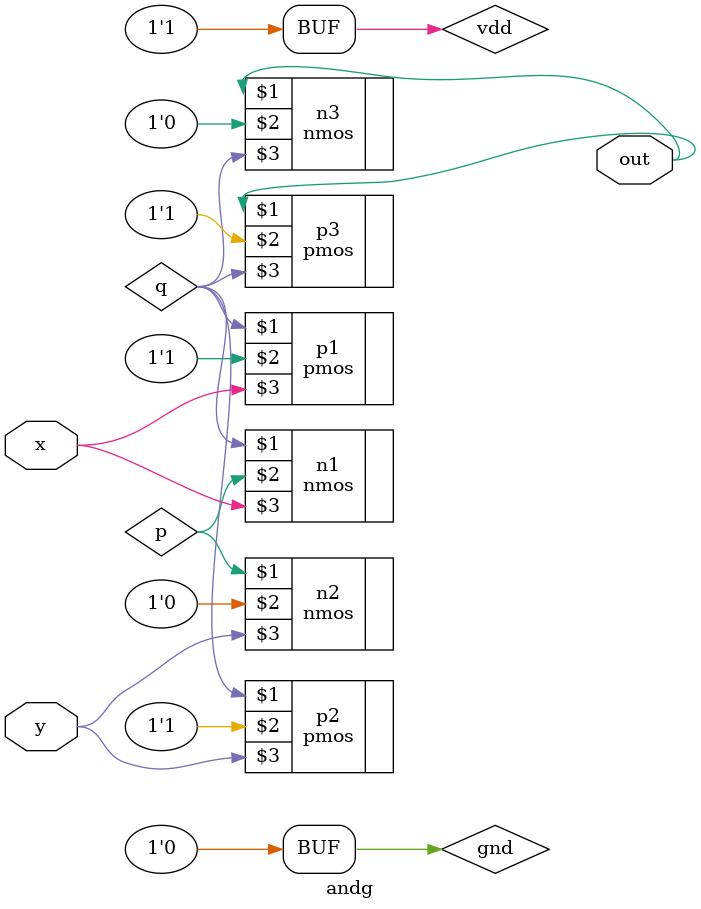
<source format=v>
`timescale 1ns / 1ps


module andg(out,x,y);
input x,y ;
output out;
wire p,q,vdd,gnd;
assign vdd=1'b1;
assign gnd=1'b0;
pmos p1(q,vdd,x);
pmos p2(q,vdd,y);
pmos p3(out,vdd,q);
nmos n1(q,p,x);
nmos n2(p,gnd,y);
nmos n3(out,gnd,q);
endmodule
</source>
